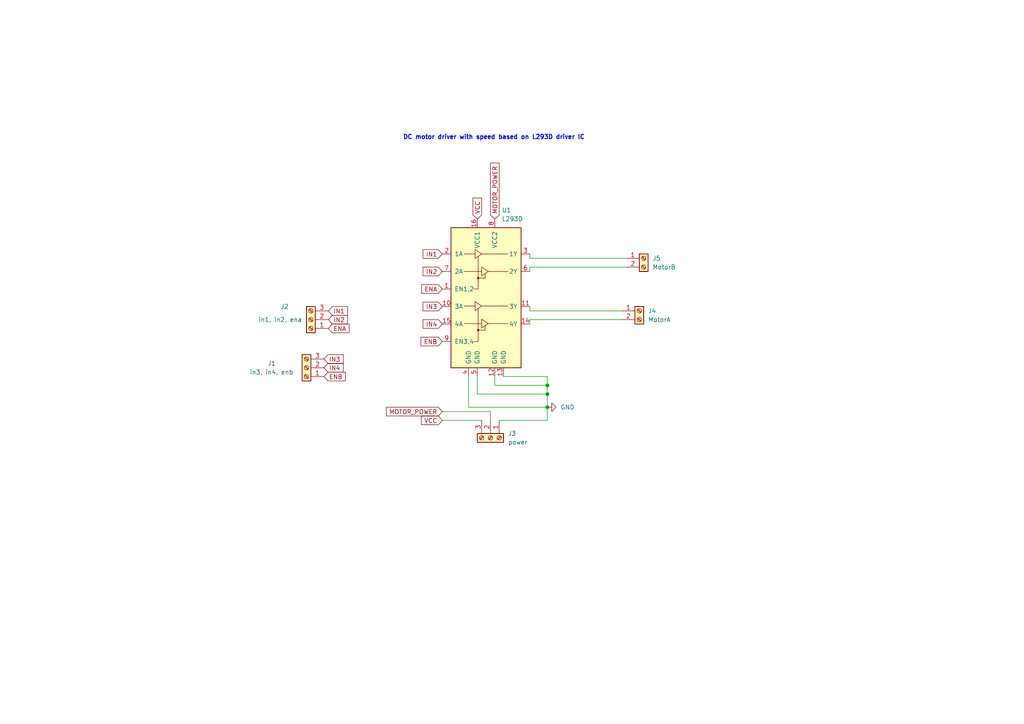
<source format=kicad_sch>
(kicad_sch (version 20211123) (generator eeschema)
  (paper "A4")
  (lib_symbols
    (symbol "Connector:Screw_Terminal_01x02" (pin_names (offset 1.016) hide)
      (property "Reference" "J" (at 0 2.54 0))
      (property "Value" "Screw_Terminal_01x02" (at 0 -5.08 0))
      (symbol "Screw_Terminal_01x02_1_1"
        (rectangle (start -1.27 1.27) (end 1.27 -3.81) (stroke (width 0.254)) (fill (type background)))
        (circle (center 0 -2.54) (radius 0.635) (stroke (width 0.1524)))
        (polyline (pts (xy -0.5334 -2.2098) (xy 0.3302 -3.048)) (stroke (width 0.1524)))
        (polyline (pts (xy -0.5334 0.3302) (xy 0.3302 -0.508)) (stroke (width 0.1524)))
        (polyline (pts (xy -0.3556 -2.032) (xy 0.508 -2.8702)) (stroke (width 0.1524)))
        (polyline (pts (xy -0.3556 0.508) (xy 0.508 -0.3302)) (stroke (width 0.1524)))
        (circle (center 0 0) (radius 0.635) (stroke (width 0.1524)))
        (pin passive line (at -5.08 0 0) (length 3.81) (name "Pin_1") (number "1"))
        (pin passive line (at -5.08 -2.54 0) (length 3.81) (name "Pin_2") (number "2"))
      )
    )
    (symbol "Connector:Screw_Terminal_01x03" (pin_names (offset 1.016) hide)
      (property "Reference" "J" (at 0 5.08 0))
      (property "Value" "Screw_Terminal_01x03" (at 0 -5.08 0))
      (symbol "Screw_Terminal_01x03_1_1"
        (rectangle (start -1.27 3.81) (end 1.27 -3.81) (stroke (width 0.254)) (fill (type background)))
        (circle (center 0 -2.54) (radius 0.635) (stroke (width 0.1524)))
        (polyline (pts (xy -0.5334 -2.2098) (xy 0.3302 -3.048)) (stroke (width 0.1524)))
        (polyline (pts (xy -0.5334 0.3302) (xy 0.3302 -0.508)) (stroke (width 0.1524)))
        (polyline (pts (xy -0.5334 2.8702) (xy 0.3302 2.032)) (stroke (width 0.1524)))
        (polyline (pts (xy -0.3556 -2.032) (xy 0.508 -2.8702)) (stroke (width 0.1524)))
        (polyline (pts (xy -0.3556 0.508) (xy 0.508 -0.3302)) (stroke (width 0.1524)))
        (polyline (pts (xy -0.3556 3.048) (xy 0.508 2.2098)) (stroke (width 0.1524)))
        (circle (center 0 0) (radius 0.635) (stroke (width 0.1524)))
        (circle (center 0 2.54) (radius 0.635) (stroke (width 0.1524)))
        (pin passive line (at -5.08 2.54 0) (length 3.81) (name "Pin_1") (number "1"))
        (pin passive line (at -5.08 0 0) (length 3.81) (name "Pin_2") (number "2"))
        (pin passive line (at -5.08 -2.54 0) (length 3.81) (name "Pin_3") (number "3"))
      )
    )
    (symbol "Driver_Motor:L293D" (pin_names (offset 1.016))
      (property "Reference" "U" (at -5.08 26.035 0))
      (property "Value" "L293D" (at -5.08 24.13 0))
      (symbol "L293D_0_1"
        (rectangle (start -10.16 22.86) (end 10.16 -17.78) (stroke (width 0.254)) (fill (type background)))
        (circle (center -2.286 -6.858) (radius 0.254) (fill (type outline)))
        (circle (center -2.286 8.255) (radius 0.254) (fill (type outline)))
        (polyline (pts (xy -6.35 -4.953) (xy -1.27 -4.953)))
        (polyline (pts (xy -6.35 0.127) (xy -3.175 0.127)))
        (polyline (pts (xy -6.35 10.16) (xy -1.27 10.16)))
        (polyline (pts (xy -6.35 15.24) (xy -3.175 15.24)))
        (polyline (pts (xy -1.27 0.127) (xy 6.35 0.127)))
        (polyline (pts (xy -1.27 15.24) (xy 6.35 15.24)))
        (polyline (pts (xy 0.635 -4.953) (xy 6.35 -4.953)))
        (polyline (pts (xy 0.635 10.16) (xy 6.35 10.16)))
        (polyline (pts (xy -2.286 -6.858) (xy -0.254 -6.858) (xy -0.254 -5.588)))
        (polyline (pts (xy -2.286 -0.635) (xy -2.286 -10.16) (xy -3.556 -10.16)))
        (polyline (pts (xy -2.286 8.255) (xy -0.254 8.255) (xy -0.254 9.525)))
        (polyline (pts (xy -2.286 14.478) (xy -2.286 5.08) (xy -3.556 5.08)))
        (polyline (pts (xy -3.175 1.397) (xy -3.175 -1.143) (xy -1.27 0.127) (xy -3.175 1.397)))
        (polyline (pts (xy -3.175 16.51) (xy -3.175 13.97) (xy -1.27 15.24) (xy -3.175 16.51)))
        (polyline (pts (xy -1.27 -3.683) (xy -1.27 -6.223) (xy 0.635 -4.953) (xy -1.27 -3.683)))
        (polyline (pts (xy -1.27 11.43) (xy -1.27 8.89) (xy 0.635 10.16) (xy -1.27 11.43)))
      )
      (symbol "L293D_1_1"
        (pin input line (at -12.7 5.08 0) (length 2.54) (name "EN1,2") (number "1"))
        (pin input line (at -12.7 0 0) (length 2.54) (name "3A") (number "10"))
        (pin output line (at 12.7 0 180) (length 2.54) (name "3Y") (number "11"))
        (pin power_in line (at 2.54 -20.32 90) (length 2.54) (name "GND") (number "12"))
        (pin power_in line (at 5.08 -20.32 90) (length 2.54) (name "GND") (number "13"))
        (pin output line (at 12.7 -5.08 180) (length 2.54) (name "4Y") (number "14"))
        (pin input line (at -12.7 -5.08 0) (length 2.54) (name "4A") (number "15"))
        (pin power_in line (at -2.54 25.4 270) (length 2.54) (name "VCC1") (number "16"))
        (pin input line (at -12.7 15.24 0) (length 2.54) (name "1A") (number "2"))
        (pin output line (at 12.7 15.24 180) (length 2.54) (name "1Y") (number "3"))
        (pin power_in line (at -5.08 -20.32 90) (length 2.54) (name "GND") (number "4"))
        (pin power_in line (at -2.54 -20.32 90) (length 2.54) (name "GND") (number "5"))
        (pin output line (at 12.7 10.16 180) (length 2.54) (name "2Y") (number "6"))
        (pin input line (at -12.7 10.16 0) (length 2.54) (name "2A") (number "7"))
        (pin power_in line (at 2.54 25.4 270) (length 2.54) (name "VCC2") (number "8"))
        (pin input line (at -12.7 -10.16 0) (length 2.54) (name "EN3,4") (number "9"))
      )
    )
    (symbol "power:GND" (power) (pin_names (offset 0))
      (property "Value" "GND" (at 0 -3.81 0))
      (symbol "GND_0_1"
        (polyline (pts (xy 0 0) (xy 0 -1.27) (xy 1.27 -1.27) (xy 0 -2.54) (xy -1.27 -1.27) (xy 0 -1.27)))
      )
      (symbol "GND_1_1"
        (pin power_in line (at 0 0 270) (length 0) hide (name "GND") (number "1"))
      )
    )
  )
  (junction (at 158.75 114.3))
  (junction (at 158.75 118.11))
  (junction (at 158.75 111.76))
  (wire (pts (xy 153.67 90.17) (xy 153.67 88.9)))
  (wire (pts (xy 142.24 121.92) (xy 142.24 119.38)))
  (wire (pts (xy 158.75 114.3) (xy 158.75 118.11)))
  (wire (pts (xy 158.75 109.22) (xy 158.75 111.76)))
  (wire (pts (xy 153.67 92.71) (xy 153.67 93.98)))
  (wire (pts (xy 181.61 74.93) (xy 153.67 74.93)))
  (wire (pts (xy 153.67 74.93) (xy 153.67 73.66)))
  (wire (pts (xy 181.61 77.47) (xy 153.67 77.47)))
  (wire (pts (xy 180.34 90.17) (xy 153.67 90.17)))
  (wire (pts (xy 143.51 111.76) (xy 158.75 111.76)))
  (wire (pts (xy 153.67 77.47) (xy 153.67 78.74)))
  (wire (pts (xy 135.89 118.11) (xy 158.75 118.11)))
  (wire (pts (xy 158.75 111.76) (xy 158.75 114.3)))
  (wire (pts (xy 143.51 109.22) (xy 143.51 111.76)))
  (wire (pts (xy 144.78 121.92) (xy 158.75 121.92)))
  (wire (pts (xy 135.89 109.22) (xy 135.89 118.11)))
  (wire (pts (xy 138.43 114.3) (xy 158.75 114.3)))
  (wire (pts (xy 158.75 121.92) (xy 158.75 118.11)))
  (wire (pts (xy 146.05 109.22) (xy 158.75 109.22)))
  (wire (pts (xy 128.27 119.38) (xy 142.24 119.38)))
  (wire (pts (xy 180.34 92.71) (xy 153.67 92.71)))
  (wire (pts (xy 128.27 121.92) (xy 139.7 121.92)))
  (wire (pts (xy 138.43 109.22) (xy 138.43 114.3)))
  (text "DC motor driver with speed based on L293D driver IC" (at 116.84 40.64 0) (effects (font (size 1.27 1.27) (thickness 0.254) bold) (justify left bottom)))
  (global_label "IN4" (shape input) (at 128.27 93.98 180) (property "Intersheet References" "${INTERSHEET_REFS}" (effects hide)))
  (global_label "IN3" (shape input) (at 93.98 104.14 0) (property "Intersheet References" "${INTERSHEET_REFS}" (effects hide)))
  (global_label "IN2" (shape input) (at 128.27 78.74 180) (property "Intersheet References" "${INTERSHEET_REFS}" (effects hide)))
  (global_label "IN3" (shape input) (at 128.27 88.9 180) (property "Intersheet References" "${INTERSHEET_REFS}" (effects hide)))
  (global_label "IN4" (shape input) (at 93.98 106.68 0) (property "Intersheet References" "${INTERSHEET_REFS}" (effects hide)))
  (global_label "ENB" (shape input) (at 93.98 109.22 0) (property "Intersheet References" "${INTERSHEET_REFS}" (effects hide)))
  (global_label "IN1" (shape input) (at 128.27 73.66 180) (property "Intersheet References" "${INTERSHEET_REFS}" (effects hide)))
  (global_label "VCC" (shape input) (at 128.27 121.92 180) (property "Intersheet References" "${INTERSHEET_REFS}" (effects hide)))
  (global_label "ENA" (shape input) (at 128.27 83.82 180) (property "Intersheet References" "${INTERSHEET_REFS}" (effects hide)))
  (global_label "ENB" (shape input) (at 128.27 99.06 180) (property "Intersheet References" "${INTERSHEET_REFS}" (effects hide)))
  (global_label "IN2" (shape input) (at 95.25 92.71 0) (property "Intersheet References" "${INTERSHEET_REFS}" (effects hide)))
  (global_label "MOTOR_POWER" (shape input) (at 143.51 63.5 90) (property "Intersheet References" "${INTERSHEET_REFS}" (effects hide)))
  (global_label "VCC" (shape input) (at 138.43 63.5 90) (property "Intersheet References" "${INTERSHEET_REFS}" (effects hide)))
  (global_label "IN1" (shape input) (at 95.25 90.17 0) (property "Intersheet References" "${INTERSHEET_REFS}" (effects hide)))
  (global_label "ENA" (shape input) (at 95.25 95.25 0) (property "Intersheet References" "${INTERSHEET_REFS}" (effects hide)))
  (global_label "MOTOR_POWER" (shape input) (at 128.27 119.38 180) (property "Intersheet References" "${INTERSHEET_REFS}" (effects hide)))
  (symbol (lib_id "Connector:Screw_Terminal_01x03") (at 142.24 127 270) (unit 1)
    (property "Reference" "J3" (at 147.32 125.7299 90) (effects (justify left)))
    (property "Value" "power" (at 147.32 128.2699 90) (effects (justify left)))
    (property "Footprint" "TerminalBlock:TerminalBlock_Altech_AK300-3_P5.00mm" (effects hide))
  )
  (symbol (lib_id "Connector:Screw_Terminal_01x03") (at 90.17 92.71 180) (unit 1)
    (property "Reference" "J2" (at 82.55 88.9 0))
    (property "Value" "in1, in2, ena" (at 81.28 92.71 0))
    (property "Footprint" "TerminalBlock:TerminalBlock_Altech_AK300-3_P5.00mm" (effects hide))
  )
  (symbol (lib_id "Connector:Screw_Terminal_01x03") (at 88.9 106.68 180) (unit 1)
    (property "Reference" "J1" (at 80.01 105.41 0) (effects (justify left)))
    (property "Value" "in3, in4, enb" (at 85.09 107.95 0) (effects (justify left)))
    (property "Footprint" "TerminalBlock:TerminalBlock_Altech_AK300-3_P5.00mm" (effects hide))
  )
  (symbol (lib_id "Driver_Motor:L293D") (at 140.97 88.9 0) (unit 1)
    (property "Reference" "U1" (at 145.5294 60.96 0) (effects (justify left)))
    (property "Value" "L293D" (at 145.5294 63.5 0) (effects (justify left)))
    (property "Footprint" "Package_DIP:DIP-16_W7.62mm" (effects hide))
    (property "Datasheet" "http://www.ti.com/lit/ds/symlink/l293.pdf" (effects hide))
  )
  (symbol (lib_id "Connector:Screw_Terminal_01x02") (at 186.69 74.93 0) (unit 1)
    (property "Reference" "J5" (at 189.23 74.9299 0) (effects (justify left)))
    (property "Value" "MotorB" (at 189.23 77.4699 0) (effects (justify left)))
    (property "Footprint" "TerminalBlock:TerminalBlock_Altech_AK300-2_P5.00mm" (effects hide))
  )
  (symbol (lib_id "Connector:Screw_Terminal_01x02") (at 185.42 90.17 0) (unit 1)
    (property "Reference" "J4" (at 187.96 90.1699 0) (effects (justify left)))
    (property "Value" "MotorA" (at 187.96 92.7099 0) (effects (justify left)))
    (property "Footprint" "TerminalBlock:TerminalBlock_Altech_AK300-2_P5.00mm" (effects hide))
  )
  (symbol (lib_id "power:GND") (at 158.75 118.11 90) (unit 1)
    (property "Reference" "#PWR01" (effects hide))
    (property "Value" "GND" (at 162.56 118.1099 90) (effects (justify right)))
  )
)
</source>
